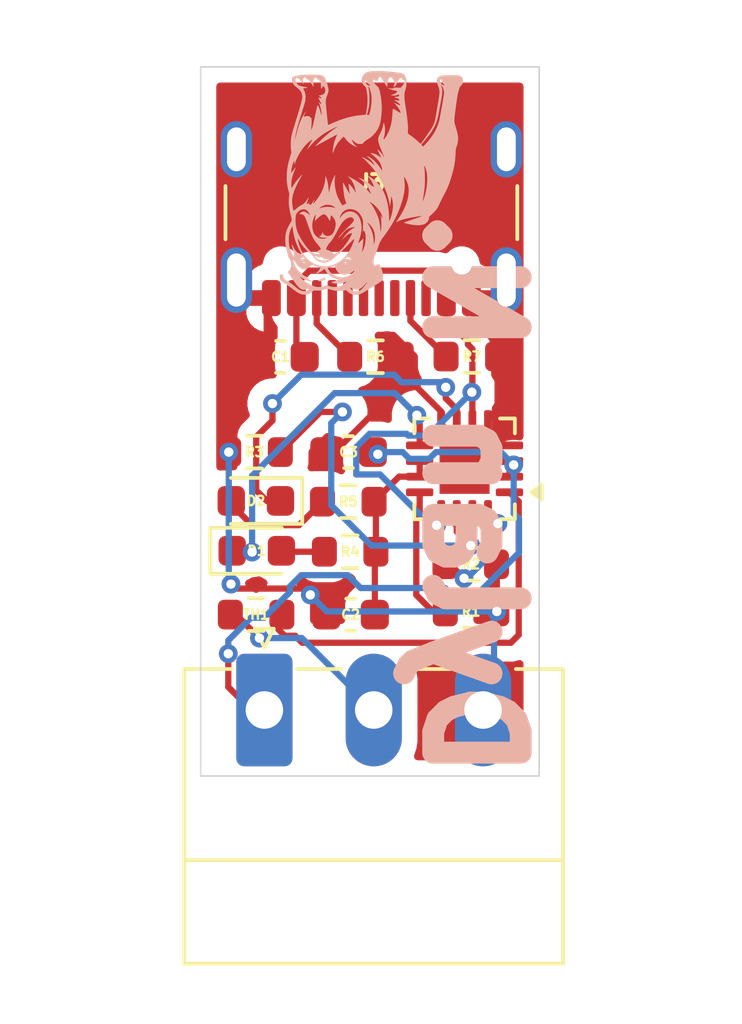
<source format=kicad_pcb>
(kicad_pcb (version 20241229) (generator "pcbnew") (generator_version "9.0")
  (layers (0 "F.Cu" signal) (2 "B.Cu" signal) (13 "F.Paste" user) (15 "B.Paste" user) (5 "F.SilkS" user "F.Silkscreen") (7 "B.SilkS" user "B.Silkscreen") (1 "F.Mask" user) (3 "B.Mask" user) (25 "Edge.Cuts" user))
  (net 0 "")
  (net 1 "IN")
  (net 2 "GND")
  (net 3 "Net-(C2-Pad1)")
  (net 4 "Net-(J2-Pin_1)")
  (net 5 "Net-(D1-K)")
  (net 6 "Net-(D1-A)")
  (net 7 "Net-(D2-K)")
  (net 8 "Net-(D2-A)")
  (net 9 "Net-(J2-Pin_2)")
  (net 10 "Net-(U1-ILIM)")
  (net 11 "Net-(U1-ISET)")
  (net 12 "Net-(U1-TMR)")
  (net 13 "TS")
  (net 15 "Net-(J3-CC1)")
  (net 19 "Net-(J3-CC2)")
  (footprint "Connector_Phoenix_MC:PhoenixContact_MC_1,5_3-G-3.5_1x03_P3.50mm_Horizontal" (layer "F.Cu") (at 185.45 95.36)
    (property "Reference" "J2" (hide yes))
    (property "Value" "Conn_01x03_Pin")
    (pad "1" thru_hole roundrect (at 0 0) (size 1.8 3.6) (drill 1.2) (layers "*.Cu" "*.Mask") (roundrect_rratio 0.138889) (net 4 "Net-(J2-Pin_1)"))
    (pad "2" thru_hole oval (at 3.5 0) (size 1.8 3.6) (drill 1.2) (layers "*.Cu" "*.Mask") (net 9 "Net-(J2-Pin_2)"))
    (pad "3" thru_hole oval (at 7 0) (size 1.8 3.6) (drill 1.2) (layers "*.Cu" "*.Mask") (net 2 "GND"))
  )
  (footprint "Capacitor_SMD:C_0603_1608Metric" (layer "F.Cu") (at 188.145 87.115 180)
    (property "Reference" "C3" (at 0 0 0) (layer "F.SilkS") (effects (font (size 0.3 0.3) (thickness 0.075))))
    (property "Value" "10uF" (hide yes))
    (pad "1" smd roundrect (at -0.775 0 180) (size 0.9 0.95) (layers "F.Cu" "F.Mask" "F.Paste") (net 4 "Net-(J2-Pin_1)"))
    (pad "2" smd roundrect (at 0.775 0 180) (size 0.9 0.95) (layers "F.Cu" "F.Mask" "F.Paste") (net 2 "GND"))
  )
  (footprint "Resistor_SMD:R_0603_1608Metric" (layer "F.Cu") (at 192.09 84.06 180)
    (property "Reference" "R7" (at 0 0 0) (layer "F.SilkS") (effects (font (size 0.3 0.3) (thickness 0.075))))
    (property "Value" "5.1k" (hide yes))
    (pad "1" smd roundrect (at -0.825 0 180) (size 0.8 0.95) (layers "F.Cu" "F.Mask" "F.Paste") (net 2 "GND"))
    (pad "2" smd roundrect (at 0.825 0 180) (size 0.8 0.95) (layers "F.Cu" "F.Mask" "F.Paste") (net 15 "Net-(J3-CC1)"))
  )
  (footprint "Resistor_SMD:R_0603_1608Metric" (layer "F.Cu") (at 188.195 90.3 180)
    (property "Reference" "R4" (at 0 0 0) (layer "F.SilkS") (effects (font (size 0.3 0.3) (thickness 0.075))))
    (property "Value" "1.5K" (hide yes))
    (pad "1" smd roundrect (at -0.825 0 180) (size 0.8 0.95) (layers "F.Cu" "F.Mask" "F.Paste") (net 3 "Net-(C2-Pad1)"))
    (pad "2" smd roundrect (at 0.825 0 180) (size 0.8 0.95) (layers "F.Cu" "F.Mask" "F.Paste") (net 6 "Net-(D1-A)"))
  )
  (footprint "Resistor_SMD:R_0603_1608Metric" (layer "F.Cu") (at 185.135 87.115 180)
    (property "Reference" "R3" (at 0 0 0) (layer "F.SilkS") (effects (font (size 0.3 0.3) (thickness 0.075))))
    (property "Value" "49.9K" (hide yes))
    (pad "1" smd roundrect (at -0.825 0 180) (size 0.8 0.95) (layers "F.Cu" "F.Mask" "F.Paste") (net 12 "Net-(U1-TMR)"))
    (pad "2" smd roundrect (at 0.825 0 180) (size 0.8 0.95) (layers "F.Cu" "F.Mask" "F.Paste") (net 2 "GND"))
  )
  (footprint "Resistor_SMD:R_0603_1608Metric" (layer "F.Cu") (at 192.065 92.21)
    (property "Reference" "R1" (at 0 0 0) (layer "F.SilkS") (effects (font (size 0.3 0.3) (thickness 0.075))))
    (property "Value" "1.62k" (hide yes))
    (pad "1" smd roundrect (at -0.825 0) (size 0.8 0.95) (layers "F.Cu" "F.Mask" "F.Paste") (net 10 "Net-(U1-ILIM)"))
    (pad "2" smd roundrect (at 0.825 0) (size 0.8 0.95) (layers "F.Cu" "F.Mask" "F.Paste") (net 2 "GND"))
  )
  (footprint "Connector_USB:USB_C_Receptacle_GCT_USB4105-xx-A_16P_TopMnt_Horizontal" (layer "F.Cu") (at 188.875 78.51 180)
    (property "Reference" "J3" (at 0 0.01 0) (layer "F.SilkS") (effects (font (size 0.5 0.5) (thickness 0.125))))
    (property "Value" "USB_C_Receptacle_USB2.0_14P")
    (pad "" np_thru_hole circle (at -2.89 -2.605 180) (size 0.65 0.65) (drill 0.65) (layers "*.Cu" "*.Mask"))
    (pad "" np_thru_hole circle (at 2.89 -2.605 180) (size 0.65 0.65) (drill 0.65) (layers "*.Cu" "*.Mask"))
    (pad "A1" smd roundrect (at -3.2 -3.68 180) (size 0.6 1.15) (layers "F.Cu" "F.Mask" "F.Paste") (net 2 "GND"))
    (pad "A4" smd roundrect (at -2.4 -3.68 180) (size 0.6 1.15) (layers "F.Cu" "F.Mask" "F.Paste") (net 1 "IN"))
    (pad "A5" smd roundrect (at -1.25 -3.68 180) (size 0.3 1.15) (layers "F.Cu" "F.Mask" "F.Paste") (net 15 "Net-(J3-CC1)"))
    (pad "A6" smd roundrect (at -0.25 -3.68 180) (size 0.3 1.15) (layers "F.Cu" "F.Mask" "F.Paste"))
    (pad "A7" smd roundrect (at 0.25 -3.68 180) (size 0.3 1.15) (layers "F.Cu" "F.Mask" "F.Paste"))
    (pad "A8" smd roundrect (at 1.25 -3.68 180) (size 0.3 1.15) (layers "F.Cu" "F.Mask" "F.Paste"))
    (pad "A9" smd roundrect (at 2.4 -3.68 180) (size 0.6 1.15) (layers "F.Cu" "F.Mask" "F.Paste") (net 1 "IN"))
    (pad "A12" smd roundrect (at 3.2 -3.68 180) (size 0.6 1.15) (layers "F.Cu" "F.Mask" "F.Paste") (net 2 "GND"))
    (pad "B1" smd roundrect (at 3.2 -3.68 180) (size 0.6 1.15) (layers "F.Cu" "F.Mask" "F.Paste") (net 2 "GND"))
    (pad "B4" smd roundrect (at 2.4 -3.68 180) (size 0.6 1.15) (layers "F.Cu" "F.Mask" "F.Paste") (net 1 "IN"))
    (pad "B5" smd roundrect (at 1.75 -3.68 180) (size 0.3 1.15) (layers "F.Cu" "F.Mask" "F.Paste") (net 19 "Net-(J3-CC2)"))
    (pad "B6" smd roundrect (at 0.75 -3.68 180) (size 0.3 1.15) (layers "F.Cu" "F.Mask" "F.Paste"))
    (pad "B7" smd roundrect (at -0.75 -3.68 180) (size 0.3 1.15) (layers "F.Cu" "F.Mask" "F.Paste"))
    (pad "B8" smd roundrect (at -1.75 -3.68 180) (size 0.3 1.15) (layers "F.Cu" "F.Mask" "F.Paste"))
    (pad "B9" smd roundrect (at -2.4 -3.68 180) (size 0.6 1.15) (layers "F.Cu" "F.Mask" "F.Paste") (net 1 "IN"))
    (pad "B12" smd roundrect (at -3.2 -3.68 180) (size 0.6 1.15) (layers "F.Cu" "F.Mask" "F.Paste") (net 2 "GND"))
    (pad "S1" thru_hole oval (at -4.32 -3.105 180) (size 1 2.1) (drill oval 0.6 1.7) (property pad_prop_heatsink) (layers "*.Cu" "*.Mask" "F.Paste") (net 2 "GND"))
    (pad "S1" thru_hole oval (at -4.32 1.075 180) (size 1 1.8) (drill oval 0.6 1.4) (property pad_prop_heatsink) (layers "*.Cu" "*.Mask" "F.Paste") (net 2 "GND"))
    (pad "S1" thru_hole oval (at 4.32 -3.105 180) (size 1 2.1) (drill oval 0.6 1.7) (property pad_prop_heatsink) (layers "*.Cu" "*.Mask" "F.Paste") (net 2 "GND"))
    (pad "S1" thru_hole oval (at 4.32 1.075 180) (size 1 1.8) (drill oval 0.6 1.4) (property pad_prop_heatsink) (layers "*.Cu" "*.Mask" "F.Paste") (net 2 "GND"))
  )
  (footprint "Resistor_SMD:R_0603_1608Metric" (layer "F.Cu") (at 189.005 84.065)
    (property "Reference" "R6" (at 0 0 0) (layer "F.SilkS") (effects (font (size 0.3 0.3) (thickness 0.075))))
    (property "Value" "5.1k" (hide yes))
    (pad "1" smd roundrect (at -0.825 0) (size 0.8 0.95) (layers "F.Cu" "F.Mask" "F.Paste") (net 19 "Net-(J3-CC2)"))
    (pad "2" smd roundrect (at 0.825 0) (size 0.8 0.95) (layers "F.Cu" "F.Mask" "F.Paste") (net 2 "GND"))
  )
  (footprint "LED_SMD:LED_0603_1608Metric" (layer "F.Cu") (at 185.1775 88.675 180)
    (property "Reference" "D2" (at 0 0 0) (layer "F.SilkS") (effects (font (size 0.3 0.3) (thickness 0.075))))
    (property "Value" "LED" (hide yes))
    (pad "1" smd roundrect (at -0.7875 0 180) (size 0.875 0.95) (layers "F.Cu" "F.Mask" "F.Paste") (net 7 "Net-(D2-K)"))
    (pad "2" smd roundrect (at 0.7875 0 180) (size 0.875 0.95) (layers "F.Cu" "F.Mask" "F.Paste") (net 8 "Net-(D2-A)"))
  )
  (footprint "Package_DFN_QFN:VQFN-16-1EP_3x3mm_P0.5mm_EP1.6x1.6mm" (layer "F.Cu") (at 191.8575 87.65 180)
    (property "Reference" "U1" (at 0 0 0) (layer "F.SilkS") (effects (font (size 0.3 0.3) (thickness 0.075))))
    (property "Value" "BQ24074RGT" (hide yes))
    (pad "1" smd roundrect (at -1.4375 -0.75 180) (size 0.875 0.25) (layers "F.Cu" "F.Mask" "F.Paste") (net 13 "TS"))
    (pad "2" smd roundrect (at -1.4375 -0.25 180) (size 0.875 0.25) (layers "F.Cu" "F.Mask" "F.Paste") (net 4 "Net-(J2-Pin_1)"))
    (pad "3" smd roundrect (at -1.4375 0.25 180) (size 0.875 0.25) (layers "F.Cu" "F.Mask" "F.Paste") (net 4 "Net-(J2-Pin_1)"))
    (pad "4" smd roundrect (at -1.4375 0.75 180) (size 0.875 0.25) (layers "F.Cu" "F.Mask" "F.Paste") (net 2 "GND"))
    (pad "5" smd roundrect (at -0.75 1.4375 180) (size 0.25 0.875) (layers "F.Cu" "F.Mask" "F.Paste") (net 2 "GND"))
    (pad "6" smd roundrect (at -0.25 1.4375 180) (size 0.25 0.875) (layers "F.Cu" "F.Mask" "F.Paste") (net 1 "IN"))
    (pad "7" smd roundrect (at 0.25 1.4375 180) (size 0.25 0.875) (layers "F.Cu" "F.Mask" "F.Paste") (net 7 "Net-(D2-K)"))
    (pad "8" smd roundrect (at 0.75 1.4375 180) (size 0.25 0.875) (layers "F.Cu" "F.Mask" "F.Paste") (net 2 "GND"))
    (pad "9" smd roundrect (at 1.4375 0.75 180) (size 0.875 0.25) (layers "F.Cu" "F.Mask" "F.Paste") (net 5 "Net-(D1-K)"))
    (pad "10" smd roundrect (at 1.4375 0.25 180) (size 0.875 0.25) (layers "F.Cu" "F.Mask" "F.Paste") (net 3 "Net-(C2-Pad1)"))
    (pad "11" smd roundrect (at 1.4375 -0.25 180) (size 0.875 0.25) (layers "F.Cu" "F.Mask" "F.Paste") (net 3 "Net-(C2-Pad1)"))
    (pad "12" smd roundrect (at 1.4375 -0.75 180) (size 0.875 0.25) (layers "F.Cu" "F.Mask" "F.Paste") (net 10 "Net-(U1-ILIM)"))
    (pad "13" smd roundrect (at 0.75 -1.4375 180) (size 0.25 0.875) (layers "F.Cu" "F.Mask" "F.Paste") (net 1 "IN"))
    (pad "14" smd roundrect (at 0.25 -1.4375 180) (size 0.25 0.875) (layers "F.Cu" "F.Mask" "F.Paste") (net 12 "Net-(U1-TMR)"))
    (pad "15" smd roundrect (at -0.25 -1.4375 180) (size 0.25 0.875) (layers "F.Cu" "F.Mask" "F.Paste"))
    (pad "16" smd roundrect (at -0.75 -1.4375 180) (size 0.25 0.875) (layers "F.Cu" "F.Mask" "F.Paste") (net 11 "Net-(U1-ISET)"))
    (pad "17" smd rect (at 0 0 180) (size 1.6 1.6) (property pad_prop_heatsink) (layers "F.Cu" "F.Mask") (net 2 "GND"))
  )
  (footprint "Resistor_SMD:R_0603_1608Metric" (layer "F.Cu") (at 185.185 92.31 180)
    (property "Reference" "TH1" (at 0 0 0) (layer "F.SilkS") (effects (font (size 0.3 0.3) (thickness 0.075))))
    (property "Value" "Thermistor_NTC" (hide yes))
    (pad "1" smd roundrect (at -0.825 0 180) (size 0.8 0.95) (layers "F.Cu" "F.Mask" "F.Paste") (net 13 "TS"))
    (pad "2" smd roundrect (at 0.825 0 180) (size 0.8 0.95) (layers "F.Cu" "F.Mask" "F.Paste") (net 9 "Net-(J2-Pin_2)"))
  )
  (footprint "Capacitor_SMD:C_0603_1608Metric" (layer "F.Cu") (at 188.21 92.31 180)
    (property "Reference" "C2" (at 0 0 0) (layer "F.SilkS") (effects (font (size 0.3 0.3) (thickness 0.075))))
    (property "Value" "10uF" (hide yes))
    (pad "1" smd roundrect (at -0.775 0 180) (size 0.9 0.95) (layers "F.Cu" "F.Mask" "F.Paste") (net 3 "Net-(C2-Pad1)"))
    (pad "2" smd roundrect (at 0.775 0 180) (size 0.9 0.95) (layers "F.Cu" "F.Mask" "F.Paste") (net 2 "GND"))
  )
  (footprint "LED_SMD:LED_0603_1608Metric" (layer "F.Cu") (at 185.2075 90.27)
    (property "Reference" "D1" (at 0 0 0) (layer "F.SilkS") (effects (font (size 0.3 0.3) (thickness 0.075))))
    (property "Value" "LED" (hide yes))
    (pad "1" smd roundrect (at -0.7875 0) (size 0.875 0.95) (layers "F.Cu" "F.Mask" "F.Paste") (net 5 "Net-(D1-K)"))
    (pad "2" smd roundrect (at 0.7875 0) (size 0.875 0.95) (layers "F.Cu" "F.Mask" "F.Paste") (net 6 "Net-(D1-A)"))
  )
  (footprint "Capacitor_SMD:C_0603_1608Metric" (layer "F.Cu") (at 185.965 84.07 180)
    (property "Reference" "C1" (at 0 0 0) (layer "F.SilkS") (effects (font (size 0.3 0.3) (thickness 0.075))))
    (property "Value" "10uF" (hide yes))
    (pad "1" smd roundrect (at -0.775 0 180) (size 0.9 0.95) (layers "F.Cu" "F.Mask" "F.Paste") (net 1 "IN"))
    (pad "2" smd roundrect (at 0.775 0 180) (size 0.9 0.95) (layers "F.Cu" "F.Mask" "F.Paste") (net 2 "GND"))
  )
  (footprint "Resistor_SMD:R_0603_1608Metric" (layer "F.Cu") (at 188.135 88.7 180)
    (property "Reference" "R5" (at 0 0 0) (layer "F.SilkS") (effects (font (size 0.3 0.3) (thickness 0.075))))
    (property "Value" "1.5K" (hide yes))
    (pad "1" smd roundrect (at -0.825 0 180) (size 0.8 0.95) (layers "F.Cu" "F.Mask" "F.Paste") (net 3 "Net-(C2-Pad1)"))
    (pad "2" smd roundrect (at 0.825 0 180) (size 0.8 0.95) (layers "F.Cu" "F.Mask" "F.Paste") (net 8 "Net-(D2-A)"))
  )
  (footprint "Resistor_SMD:R_0603_1608Metric" (layer "F.Cu") (at 192.055 90.7)
    (property "Reference" "R2" (at 0 0 0) (layer "F.SilkS") (effects (font (size 0.3 0.3) (thickness 0.075))))
    (property "Value" "750" (hide yes))
    (pad "1" smd roundrect (at -0.825 0) (size 0.8 0.95) (layers "F.Cu" "F.Mask" "F.Paste") (net 11 "Net-(U1-ISET)"))
    (pad "2" smd roundrect (at 0.825 0) (size 0.8 0.95) (layers "F.Cu" "F.Mask" "F.Paste") (net 2 "GND"))
  )
  (footprint "LOGO" (layer "B.Cu") (at 188.875 78.51)
    (property "Reference" "G***" (hide yes))
    (property "Value" "LOGO" (hide yes))
  )
  (gr_rect (start 183.41 74.8) (end 194.245 97.47) (stroke (width 0.05)) (fill no) (layer "Edge.Cuts"))
  (gr_text "Dylan N.\n" (at 190.475 97.85 270) (layer "B.SilkS") (effects (font (size 2.8 2.8) (thickness 0.7) (bold yes)) (justify left bottom mirror)))
  (segment (start 192.1075 85.21577) (end 192.090467 85.198737) (width 0.2) (layer "F.Cu") (net 1))
  (segment (start 191.275 82.19) (end 191.275 81.615001) (width 0.2) (layer "F.Cu") (net 1))
  (segment (start 186.74 84.07) (end 186.475 83.805) (width 0.2) (layer "F.Cu") (net 1))
  (segment (start 186.475 83.805) (end 186.475 82.19) (width 0.2) (layer "F.Cu") (net 1))
  (segment (start 192.1075 83.818186) (end 192.1075 85.181704) (width 0.2) (layer "F.Cu") (net 1))
  (segment (start 191.966 83.676686) (end 192.1075 83.818186) (width 0.2) (layer "F.Cu") (net 1))
  (segment (start 186.892176 81.314) (end 186.475 81.731176) (width 0.2) (layer "F.Cu") (net 1))
  (segment (start 191.1075 89.0875) (end 190.962295 89.232705) (width 0.2) (layer "F.Cu") (net 1))
  (segment (start 191.275 81.615001) (end 190.973999 81.314) (width 0.2) (layer "F.Cu") (net 1))
  (segment (start 190.973999 81.314) (end 186.892176 81.314) (width 0.2) (layer "F.Cu") (net 1))
  (segment (start 192.1075 86.2125) (end 192.1075 85.21577) (width 0.2) (layer "F.Cu") (net 1))
  (segment (start 191.275 82.19) (end 191.275 82.880936) (width 0.2) (layer "F.Cu") (net 1))
  (segment (start 191.275 82.880936) (end 191.966 83.571936) (width 0.2) (layer "F.Cu") (net 1))
  (segment (start 191.966 83.571936) (end 191.966 83.676686) (width 0.2) (layer "F.Cu") (net 1))
  (segment (start 190.962295 89.232705) (end 190.962295 89.45329) (width 0.2) (layer "F.Cu") (net 1))
  (segment (start 186.475 81.731176) (end 186.475 82.19) (width 0.2) (layer "F.Cu") (net 1))
  (segment (start 192.1075 85.181704) (end 192.090467 85.198737) (width 0.2) (layer "F.Cu") (net 1))
  (via (at 190.962295 89.45329) (size 0.6) (drill 0.3) (layers "F.Cu" "B.Cu") (net 1))
  (via (at 192.090467 85.198737) (size 0.6) (drill 0.3) (layers "F.Cu" "B.Cu") (net 1))
  (segment (start 189.151465 87.83) (end 188.389999 87.83) (width 0.2) (layer "B.Cu") (net 1))
  (segment (start 188.389999 87.83) (end 188.39 86.957057) (width 0.2) (layer "B.Cu") (net 1))
  (segment (start 188.817057 86.53) (end 190.003367 86.53) (width 0.2) (layer "B.Cu") (net 1))
  (segment (start 190.962295 89.45329) (end 190.774755 89.45329) (width 0.2) (layer "B.Cu") (net 1))
  (segment (start 190.06047 86.587103) (end 190.702101 86.587103) (width 0.2) (layer "B.Cu") (net 1))
  (segment (start 190.003367 86.53) (end 190.06047 86.587103) (width 0.2) (layer "B.Cu") (net 1))
  (segment (start 188.39 86.957057) (end 188.817057 86.53) (width 0.2) (layer "B.Cu") (net 1))
  (segment (start 190.774755 89.45329) (end 189.151465 87.83) (width 0.2) (layer "B.Cu") (net 1))
  (segment (start 190.702101 86.587103) (end 192.090467 85.198737) (width 0.2) (layer "B.Cu") (net 1))
  (segment (start 191.8575 87.65) (end 191.1585 86.951) (width 0.2) (layer "F.Cu") (net 2))
  (segment (start 186.92 91.795) (end 187.435 92.31) (width 0.2) (layer "F.Cu") (net 2))
  (segment (start 191.1585 86.2635) (end 191.1075 86.2125) (width 0.2) (layer "F.Cu") (net 2))
  (segment (start 185.13 82.19) (end 184.555 81.615) (width 0.2) (layer "F.Cu") (net 2))
  (segment (start 192.6075 86.9) (end 193.295 86.9) (width 0.2) (layer "F.Cu") (net 2))
  (segment (start 191.1585 86.951) (end 191.1585 86.2635) (width 0.2) (layer "F.Cu") (net 2))
  (segment (start 192.6075 86.2125) (end 192.6075 86.0525) (width 0.2) (layer "F.Cu") (net 2))
  (segment (start 192.89 92.21) (end 192.89 90.71) (width 0.2) (layer "F.Cu") (net 2))
  (segment (start 191.1075 85.816184) (end 189.83 84.538684) (width 0.2) (layer "F.Cu") (net 2))
  (segment (start 192.47 94.34) (end 192.8 94.01) (width 0.2) (layer "F.Cu") (net 2))
  (segment (start 186.718 91.478) (end 184.523 91.478) (width 0.2) (layer "F.Cu") (net 2))
  (segment (start 192.6075 86.0525) (end 192.915 85.745) (width 0.2) (layer "F.Cu") (net 2))
  (segment (start 189.83 84.97989) (end 189.83 84.065) (width 0.2) (layer "F.Cu") (net 2))
  (segment (start 192.915 83.03) (end 192.915 84.06) (width 0.2) (layer "F.Cu") (net 2))
  (segment (start 192.62 82.19) (end 193.195 81.615) (width 0.2) (layer "F.Cu") (net 2))
  (segment (start 186.92 91.68) (end 186.92 91.795) (width 0.2) (layer "F.Cu") (net 2))
  (segment (start 192.6075 86.9) (end 192.6075 86.2125) (width 0.2) (layer "F.Cu") (net 2))
  (segment (start 192.47 95.8) (end 192.47 94.34) (width 0.2) (layer "F.Cu") (net 2))
  (segment (start 184.555 77.435) (end 193.195 77.435) (width 0.2) (layer "F.Cu") (net 2))
  (segment (start 191.1075 86.2125) (end 191.1075 85.816184) (width 0.2) (layer "F.Cu") (net 2))
  (segment (start 187.69489 87.115) (end 189.83 84.97989) (width 0.2) (layer "F.Cu") (net 2))
  (segment (start 192.915 85.745) (end 192.915 84.06) (width 0.2) (layer "F.Cu") (net 2))
  (segment (start 185.675 82.19) (end 185.13 82.19) (width 0.2) (layer "F.Cu") (net 2))
  (segment (start 191.8575 87.65) (end 192.6075 86.9) (width 0.2) (layer "F.Cu") (net 2))
  (segment (start 184.555 81.615) (end 184.555 77.435) (width 0.2) (layer "F.Cu") (net 2))
  (segment (start 193.195 77.435) (end 193.195 81.615) (width 0.2) (layer "F.Cu") (net 2))
  (segment (start 189.83 84.538684) (end 189.83 84.065) (width 0.2) (layer "F.Cu") (net 2))
  (segment (start 184.523 91.478) (end 184.38 91.335) (width 0.2) (layer "F.Cu") (net 2))
  (segment (start 192.075 82.19) (end 192.62 82.19) (width 0.2) (layer "F.Cu") (net 2))
  (segment (start 187.37 87.115) (end 187.69489 87.115) (width 0.2) (layer "F.Cu") (net 2))
  (segment (start 192.89 90.71) (end 192.88 90.7) (width 0.2) (layer "F.Cu") (net 2))
  (segment (start 192.075 82.19) (end 192.915 83.03) (width 0.2) (layer "F.Cu") (net 2))
  (segment (start 186.92 91.68) (end 186.718 91.478) (width 0.2) (layer "F.Cu") (net 2))
  (via (at 186.92 91.68) (size 0.6) (drill 0.3) (layers "F.Cu" "B.Cu") (net 2))
  (via (at 184.38 91.335) (size 0.6) (drill 0.3) (layers "F.Cu" "B.Cu") (net 2))
  (via (at 192.89 92.21) (size 0.6) (drill 0.3) (layers "F.Cu" "B.Cu") (net 2))
  (via (at 184.310002 87.115) (size 0.6) (drill 0.3) (layers "F.Cu" "B.Cu") (net 2))
  (segment (start 187.45 92.21) (end 186.92 91.68) (width 0.2) (layer "B.Cu") (net 2))
  (segment (start 184.310002 91.265002) (end 184.310002 87.115) (width 0.2) (layer "B.Cu") (net 2))
  (segment (start 192.8 94.01) (end 192.8 92.3) (width 0.2) (layer "B.Cu") (net 2))
  (segment (start 192.89 92.21) (end 187.45 92.21) (width 0.2) (layer "B.Cu") (net 2))
  (segment (start 192.8 92.3) (end 192.89 92.21) (width 0.2) (layer "B.Cu") (net 2))
  (segment (start 184.38 91.335) (end 184.310002 91.265002) (width 0.2) (layer "B.Cu") (net 2))
  (segment (start 190.42 87.9) (end 190.42 87.4) (width 0.2) (layer "F.Cu") (net 3))
  (segment (start 189.76 87.9) (end 190.42 87.9) (width 0.2) (layer "F.Cu") (net 3))
  (segment (start 189.02 88.76) (end 188.96 88.7) (width 0.2) (layer "F.Cu") (net 3))
  (segment (start 188.96 88.7) (end 189.76 87.9) (width 0.2) (layer "F.Cu") (net 3))
  (segment (start 189.02 90.3) (end 189.02 88.76) (width 0.2) (layer "F.Cu") (net 3))
  (segment (start 188.985 92.31) (end 188.985 90.335) (width 0.2) (layer "F.Cu") (net 3))
  (segment (start 188.985 90.335) (end 189.02 90.3) (width 0.2) (layer "F.Cu") (net 3))
  (segment (start 193.295 87.4) (end 193.305 87.4) (width 0.2) (layer "F.Cu") (net 4))
  (segment (start 185.47 95.8) (end 184.295 94.625) (width 0.2) (layer "F.Cu") (net 4))
  (segment (start 193.295 87.9) (end 193.295 87.4) (width 0.2) (layer "F.Cu") (net 4))
  (segment (start 193.305 87.4) (end 193.43 87.525) (width 0.2) (layer "F.Cu") (net 4))
  (segment (start 184.295 94.625) (end 184.295 93.56) (width 0.2) (layer "F.Cu") (net 4))
  (via (at 189.082969 87.183327) (size 0.6) (drill 0.3) (layers "F.Cu" "B.Cu") (net 4))
  (via (at 184.295 93.56) (size 0.6) (drill 0.3) (layers "F.Cu" "B.Cu") (net 4))
  (via (at 193.43 87.525) (size 0.6) (drill 0.3) (layers "F.Cu" "B.Cu") (net 4))
  (segment (start 193.43 89.074315) (end 193.43 87.525) (width 0.2) (layer "B.Cu") (net 4))
  (segment (start 186.630761 91.05) (end 188.12 91.05) (width 0.2) (layer "B.Cu") (net 4))
  (segment (start 189.879314 87.115) (end 189.151296 87.115) (width 0.2) (layer "B.Cu") (net 4))
  (segment (start 193.02 87.115) (end 190.940686 87.115) (width 0.2) (layer "B.Cu") (net 4))
  (segment (start 193.6 89.244315) (end 193.43 89.074315) (width 0.2) (layer "B.Cu") (net 4))
  (segment (start 186.27 91.585) (end 186.27 91.410761) (width 0.2) (layer "B.Cu") (net 4))
  (segment (start 189.151296 87.115) (end 189.082969 87.183327) (width 0.2) (layer "B.Cu") (net 4))
  (segment (start 185.444999 92.410001) (end 186.27 91.585) (width 0.2) (layer "B.Cu") (net 4))
  (segment (start 185.021648 92.410001) (end 185.444999 92.410001) (width 0.2) (layer "B.Cu") (net 4))
  (segment (start 190.940686 87.115) (end 190.725686 87.33) (width 0.2) (layer "B.Cu") (net 4))
  (segment (start 188.53 91.46) (end 191.230761 91.46) (width 0.2) (layer "B.Cu") (net 4))
  (segment (start 188.12 91.05) (end 188.53 91.46) (width 0.2) (layer "B.Cu") (net 4))
  (segment (start 193.43 87.525) (end 193.02 87.115) (width 0.2) (layer "B.Cu") (net 4))
  (segment (start 193.6 90.33) (end 193.6 89.244315) (width 0.2) (layer "B.Cu") (net 4))
  (segment (start 184.295 93.56) (end 184.295 93.136649) (width 0.2) (layer "B.Cu") (net 4))
  (segment (start 190.094314 87.33) (end 189.879314 87.115) (width 0.2) (layer "B.Cu") (net 4))
  (segment (start 186.27 91.410761) (end 186.630761 91.05) (width 0.2) (layer "B.Cu") (net 4))
  (segment (start 190.725686 87.33) (end 190.094314 87.33) (width 0.2) (layer "B.Cu") (net 4))
  (segment (start 191.230761 91.46) (end 191.570761 91.8) (width 0.2) (layer "B.Cu") (net 4))
  (segment (start 184.295 93.136649) (end 185.021648 92.410001) (width 0.2) (layer "B.Cu") (net 4))
  (segment (start 192.13 91.8) (end 193.6 90.33) (width 0.2) (layer "B.Cu") (net 4))
  (segment (start 191.570761 91.8) (end 192.13 91.8) (width 0.2) (layer "B.Cu") (net 4))
  (segment (start 190.42 86.9) (end 190.42 86.027394) (width 0.2) (layer "F.Cu") (net 5))
  (segment (start 184.42 90.27) (end 185.0175 90.27) (width 0.2) (layer "F.Cu") (net 5))
  (segment (start 190.42 86.027394) (end 190.329709 85.937103) (width 0.2) (layer "F.Cu") (net 5))
  (segment (start 185.0175 90.27) (end 185.0575 90.31) (width 0.2) (layer "F.Cu") (net 5))
  (via (at 190.329709 85.937103) (size 0.6) (drill 0.3) (layers "F.Cu" "B.Cu") (net 5))
  (via (at 185.0575 90.31) (size 0.6) (drill 0.3) (layers "F.Cu" "B.Cu") (net 5))
  (segment (start 185.0575 87.871796) (end 187.699893 85.229403) (width 0.2) (layer "B.Cu") (net 5))
  (segment (start 189.622009 85.229403) (end 190.329709 85.937103) (width 0.2) (layer "B.Cu") (net 5))
  (segment (start 187.699893 85.229403) (end 189.622009 85.229403) (width 0.2) (layer "B.Cu") (net 5))
  (segment (start 185.0575 90.31) (end 185.0575 87.871796) (width 0.2) (layer "B.Cu") (net 5))
  (segment (start 186.025 90.3) (end 185.995 90.27) (width 0.2) (layer "F.Cu") (net 6))
  (segment (start 187.37 90.3) (end 186.025 90.3) (width 0.2) (layer "F.Cu") (net 6))
  (segment (start 191.25465 85.39482) (end 191.25465 85.044094) (width 0.2) (layer "F.Cu") (net 7))
  (segment (start 185.189 86.626936) (end 185.708614 86.107322) (width 0.2) (layer "F.Cu") (net 7))
  (segment (start 185.965 88.675) (end 185.527501 88.675) (width 0.2) (layer "F.Cu") (net 7))
  (segment (start 185.527501 88.675) (end 185.189 88.336499) (width 0.2) (layer "F.Cu") (net 7))
  (segment (start 185.708614 86.107322) (end 185.708614 85.562146) (width 0.2) (layer "F.Cu") (net 7))
  (segment (start 191.6075 86.2125) (end 191.6075 85.74767) (width 0.2) (layer "F.Cu") (net 7))
  (segment (start 185.189 88.336499) (end 185.189 86.626936) (width 0.2) (layer "F.Cu") (net 7))
  (segment (start 191.6075 85.74767) (end 191.25465 85.39482) (width 0.2) (layer "F.Cu") (net 7))
  (via (at 185.708614 85.562146) (size 0.6) (drill 0.3) (layers "F.Cu" "B.Cu") (net 7))
  (via (at 191.25465 85.044094) (size 0.6) (drill 0.3) (layers "F.Cu" "B.Cu") (net 7))
  (segment (start 186.63076 84.64) (end 185.708614 85.562146) (width 0.2) (layer "B.Cu") (net 7))
  (segment (start 191.090556 84.88) (end 189.838291 84.88) (width 0.2) (layer "B.Cu") (net 7))
  (segment (start 189.598291 84.64) (end 186.63076 84.64) (width 0.2) (layer "B.Cu") (net 7))
  (segment (start 189.838291 84.88) (end 189.598291 84.64) (width 0.2) (layer "B.Cu") (net 7))
  (segment (start 191.25465 85.044094) (end 191.090556 84.88) (width 0.2) (layer "B.Cu") (net 7))
  (segment (start 186.559 89.451) (end 185.056 89.451) (width 0.2) (layer "F.Cu") (net 8))
  (segment (start 187.31 88.7) (end 186.559 89.451) (width 0.2) (layer "F.Cu") (net 8))
  (segment (start 185.056 89.451) (end 184.39 88.785) (width 0.2) (layer "F.Cu") (net 8))
  (segment (start 184.39 88.785) (end 184.39 88.675) (width 0.2) (layer "F.Cu") (net 8))
  (segment (start 184.36 92.31) (end 184.540886 92.31) (width 0.2) (layer "F.Cu") (net 9))
  (segment (start 184.540886 92.31) (end 185.290887 93.060001) (width 0.2) (layer "F.Cu") (net 9))
  (via (at 185.290887 93.060001) (size 0.6) (drill 0.3) (layers "F.Cu" "B.Cu") (net 9))
  (segment (start 185.290887 93.060001) (end 186.650001 93.060001) (width 0.2) (layer "B.Cu") (net 9))
  (segment (start 186.650001 93.060001) (end 188.95 95.36) (width 0.2) (layer "B.Cu") (net 9))
  (segment (start 190.42 89.076346) (end 190.42 88.4) (width 0.2) (layer "F.Cu") (net 10))
  (segment (start 190.312295 91.682295) (end 190.312295 89.184051) (width 0.2) (layer "F.Cu") (net 10))
  (segment (start 191.24 92.21) (end 190.84 92.21) (width 0.2) (layer "F.Cu") (net 10))
  (segment (start 190.84 92.21) (end 190.312295 91.682295) (width 0.2) (layer "F.Cu") (net 10))
  (segment (start 190.312295 89.184051) (end 190.42 89.076346) (width 0.2) (layer "F.Cu") (net 10))
  (segment (start 192.924895 89.398152) (end 192.918152 89.398152) (width 0.2) (layer "F.Cu") (net 11))
  (segment (start 192.918152 89.398152) (end 192.6075 89.0875) (width 0.2) (layer "F.Cu") (net 11))
  (segment (start 191.23 90.7) (end 191.39 90.7) (width 0.2) (layer "F.Cu") (net 11))
  (segment (start 191.39 90.7) (end 191.84 91.15) (width 0.2) (layer "F.Cu") (net 11))
  (via (at 192.924895 89.398152) (size 0.6) (drill 0.3) (layers "F.Cu" "B.Cu") (net 11))
  (via (at 191.84 91.15) (size 0.6) (drill 0.3) (layers "F.Cu" "B.Cu") (net 11))
  (segment (start 192.924895 90.152633) (end 192.924895 89.398152) (width 0.2) (layer "B.Cu") (net 11))
  (segment (start 191.927528 91.15) (end 192.924895 90.152633) (width 0.2) (layer "B.Cu") (net 11))
  (segment (start 191.84 91.15) (end 191.927528 91.15) (width 0.2) (layer "B.Cu") (net 11))
  (segment (start 185.96 87.115) (end 187.244597 85.830403) (width 0.2) (layer "F.Cu") (net 12))
  (segment (start 191.6075 89.0875) (end 191.6075 89.655791) (width 0.2) (layer "F.Cu") (net 12))
  (segment (start 191.6075 89.655791) (end 192.054999 90.10329) (width 0.2) (layer "F.Cu") (net 12))
  (segment (start 187.244597 85.830403) (end 187.948836 85.830403) (width 0.2) (layer "F.Cu") (net 12))
  (via (at 187.948836 85.830403) (size 0.6) (drill 0.3) (layers "F.Cu" "B.Cu") (net 12))
  (via (at 192.054999 90.10329) (size 0.6) (drill 0.3) (layers "F.Cu" "B.Cu") (net 12))
  (segment (start 188.87829 90.10329) (end 187.59 88.815) (width 0.2) (layer "B.Cu") (net 12))
  (segment (start 187.59 88.815) (end 187.59 86.189239) (width 0.2) (layer "B.Cu") (net 12))
  (segment (start 187.59 86.189239) (end 187.948836 85.830403) (width 0.2) (layer "B.Cu") (net 12))
  (segment (start 192.054999 90.10329) (end 188.87829 90.10329) (width 0.2) (layer "B.Cu") (net 12))
  (segment (start 186.66 93.21) (end 186.436 92.986) (width 0.2) (layer "F.Cu") (net 13))
  (segment (start 185.9 92.42) (end 186.01 92.31) (width 0.2) (layer "F.Cu") (net 13))
  (segment (start 193.591 88.696) (end 193.591 92.959) (width 0.2) (layer "F.Cu") (net 13))
  (segment (start 193.295 88.4) (end 193.591 88.696) (width 0.2) (layer "F.Cu") (net 13))
  (segment (start 185.9 92.785) (end 185.9 92.42) (width 0.2) (layer "F.Cu") (net 13))
  (segment (start 186.436 92.986) (end 186.101 92.986) (width 0.2) (layer "F.Cu") (net 13))
  (segment (start 193.591 92.959) (end 193.34 93.21) (width 0.2) (layer "F.Cu") (net 13))
  (segment (start 193.34 93.21) (end 186.66 93.21) (width 0.2) (layer "F.Cu") (net 13))
  (segment (start 186.101 92.986) (end 185.9 92.785) (width 0.2) (layer "F.Cu") (net 13))
  (segment (start 190.125 82.92) (end 190.125 82.19) (width 0.2) (layer "F.Cu") (net 15))
  (segment (start 191.265 84.06) (end 190.125 82.92) (width 0.2) (layer "F.Cu") (net 15))
  (segment (start 188.18 84.065) (end 187.125 83.01) (width 0.2) (layer "F.Cu") (net 19))
  (segment (start 187.125 83.01) (end 187.125 82.19) (width 0.2) (layer "F.Cu") (net 19))
  (zone (net 2) (net_name "GND") (layer "F.Cu") (connect_pads (clearance 0.5)) (min_thickness 0.25) (fill yes (thermal_gap 0.5) (thermal_bridge_width 0.5))
    (polygon (pts (xy 194.225 97.45) (xy 183.425 97.45) (xy 183.425 74.8) (xy 194.225 74.8)))
  )
)
</source>
